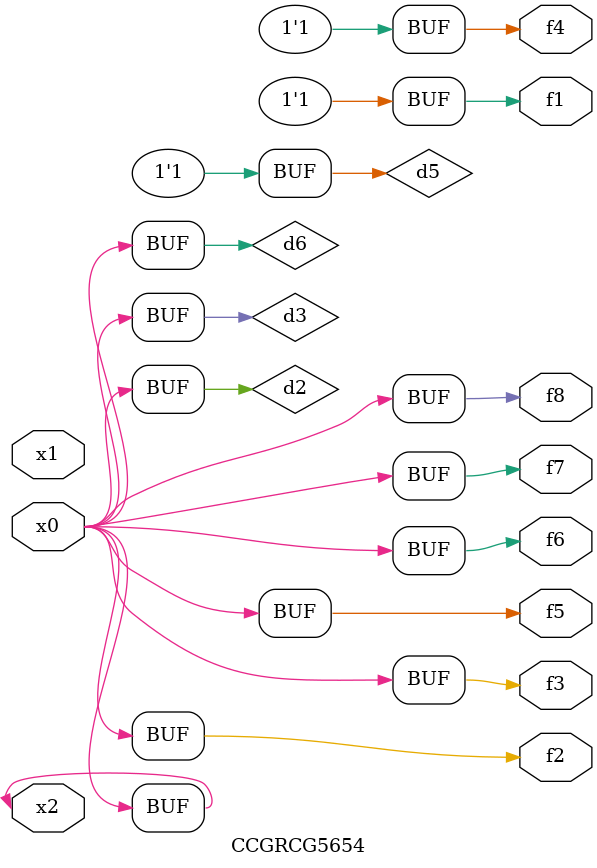
<source format=v>
module CCGRCG5654(
	input x0, x1, x2,
	output f1, f2, f3, f4, f5, f6, f7, f8
);

	wire d1, d2, d3, d4, d5, d6;

	xnor (d1, x2);
	buf (d2, x0, x2);
	and (d3, x0);
	xnor (d4, x1, x2);
	nand (d5, d1, d3);
	buf (d6, d2, d3);
	assign f1 = d5;
	assign f2 = d6;
	assign f3 = d6;
	assign f4 = d5;
	assign f5 = d6;
	assign f6 = d6;
	assign f7 = d6;
	assign f8 = d6;
endmodule

</source>
